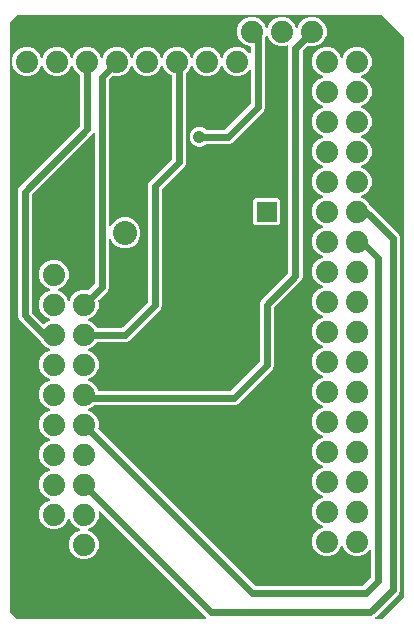
<source format=gbr>
G04 EAGLE Gerber RS-274X export*
G75*
%MOMM*%
%FSLAX34Y34*%
%LPD*%
%INBottom Copper*%
%IPPOS*%
%AMOC8*
5,1,8,0,0,1.08239X$1,22.5*%
G01*
%ADD10C,1.879600*%
%ADD11C,1.651000*%
%ADD12R,1.651000X1.651000*%
%ADD13C,2.032000*%
%ADD14C,0.609600*%
%ADD15C,1.056400*%
%ADD16C,0.600000*%

G36*
X176808Y10934D02*
X176808Y10934D01*
X176880Y10936D01*
X176929Y10954D01*
X176980Y10962D01*
X177043Y10996D01*
X177111Y11021D01*
X177151Y11053D01*
X177198Y11078D01*
X177247Y11130D01*
X177303Y11174D01*
X177331Y11218D01*
X177367Y11256D01*
X177397Y11321D01*
X177436Y11381D01*
X177449Y11432D01*
X177471Y11479D01*
X177478Y11550D01*
X177496Y11620D01*
X177492Y11672D01*
X177498Y11723D01*
X177482Y11794D01*
X177477Y11865D01*
X177456Y11913D01*
X177445Y11964D01*
X177409Y12025D01*
X177380Y12091D01*
X177336Y12147D01*
X177319Y12175D01*
X177301Y12190D01*
X177276Y12222D01*
X176334Y13163D01*
X176334Y13164D01*
X87406Y102092D01*
X87348Y102133D01*
X87296Y102183D01*
X87249Y102205D01*
X87207Y102235D01*
X87138Y102256D01*
X87073Y102287D01*
X87021Y102292D01*
X86971Y102308D01*
X86900Y102306D01*
X86829Y102314D01*
X86778Y102303D01*
X86726Y102301D01*
X86658Y102277D01*
X86588Y102261D01*
X86544Y102235D01*
X86495Y102217D01*
X86439Y102172D01*
X86377Y102135D01*
X86343Y102096D01*
X86303Y102063D01*
X86264Y102003D01*
X86217Y101948D01*
X86198Y101900D01*
X86170Y101856D01*
X86152Y101787D01*
X86125Y101720D01*
X86117Y101649D01*
X86109Y101618D01*
X86111Y101594D01*
X86107Y101553D01*
X86107Y96584D01*
X84212Y92009D01*
X80711Y88508D01*
X77222Y87063D01*
X77161Y87025D01*
X77096Y86996D01*
X77057Y86961D01*
X77013Y86934D01*
X76967Y86878D01*
X76915Y86830D01*
X76890Y86784D01*
X76856Y86744D01*
X76831Y86677D01*
X76796Y86614D01*
X76787Y86563D01*
X76768Y86515D01*
X76765Y86443D01*
X76752Y86372D01*
X76760Y86321D01*
X76758Y86269D01*
X76778Y86200D01*
X76788Y86129D01*
X76812Y86083D01*
X76826Y86033D01*
X76867Y85974D01*
X76900Y85910D01*
X76937Y85873D01*
X76967Y85831D01*
X77024Y85788D01*
X77075Y85738D01*
X77138Y85703D01*
X77164Y85684D01*
X77186Y85677D01*
X77222Y85657D01*
X80711Y84212D01*
X84212Y80711D01*
X86107Y76136D01*
X86107Y71184D01*
X84212Y66609D01*
X80711Y63108D01*
X76136Y61213D01*
X71184Y61213D01*
X66609Y63108D01*
X63108Y66609D01*
X61213Y71184D01*
X61213Y76136D01*
X63108Y80711D01*
X66609Y84212D01*
X70098Y85657D01*
X70159Y85695D01*
X70224Y85724D01*
X70262Y85759D01*
X70307Y85786D01*
X70353Y85842D01*
X70405Y85890D01*
X70430Y85936D01*
X70464Y85976D01*
X70489Y86043D01*
X70524Y86106D01*
X70533Y86157D01*
X70552Y86205D01*
X70555Y86277D01*
X70568Y86348D01*
X70560Y86399D01*
X70562Y86451D01*
X70542Y86520D01*
X70532Y86591D01*
X70508Y86637D01*
X70494Y86687D01*
X70453Y86746D01*
X70420Y86810D01*
X70383Y86847D01*
X70353Y86889D01*
X70296Y86932D01*
X70245Y86982D01*
X70182Y87017D01*
X70156Y87036D01*
X70134Y87043D01*
X70098Y87063D01*
X66609Y88508D01*
X63108Y92009D01*
X61663Y95498D01*
X61625Y95559D01*
X61596Y95624D01*
X61561Y95662D01*
X61534Y95707D01*
X61478Y95753D01*
X61430Y95805D01*
X61384Y95830D01*
X61344Y95864D01*
X61277Y95889D01*
X61214Y95924D01*
X61163Y95933D01*
X61115Y95952D01*
X61043Y95955D01*
X60972Y95968D01*
X60921Y95960D01*
X60869Y95962D01*
X60800Y95942D01*
X60729Y95932D01*
X60683Y95908D01*
X60633Y95894D01*
X60574Y95853D01*
X60510Y95820D01*
X60473Y95783D01*
X60431Y95753D01*
X60388Y95696D01*
X60338Y95645D01*
X60303Y95582D01*
X60284Y95556D01*
X60277Y95534D01*
X60257Y95498D01*
X58812Y92009D01*
X55311Y88508D01*
X50736Y86613D01*
X45784Y86613D01*
X41209Y88508D01*
X37708Y92009D01*
X35813Y96584D01*
X35813Y101536D01*
X37708Y106111D01*
X41209Y109612D01*
X44698Y111057D01*
X44759Y111095D01*
X44824Y111124D01*
X44862Y111159D01*
X44907Y111186D01*
X44953Y111242D01*
X45005Y111290D01*
X45030Y111336D01*
X45064Y111376D01*
X45089Y111443D01*
X45124Y111506D01*
X45133Y111557D01*
X45152Y111605D01*
X45155Y111677D01*
X45168Y111748D01*
X45160Y111799D01*
X45162Y111851D01*
X45142Y111920D01*
X45132Y111991D01*
X45108Y112037D01*
X45094Y112087D01*
X45053Y112146D01*
X45020Y112210D01*
X44983Y112247D01*
X44953Y112289D01*
X44896Y112332D01*
X44845Y112382D01*
X44782Y112417D01*
X44756Y112436D01*
X44734Y112443D01*
X44698Y112463D01*
X41209Y113908D01*
X37708Y117409D01*
X35813Y121984D01*
X35813Y126936D01*
X37708Y131511D01*
X41209Y135012D01*
X44698Y136457D01*
X44759Y136495D01*
X44824Y136524D01*
X44862Y136559D01*
X44907Y136586D01*
X44953Y136642D01*
X45005Y136690D01*
X45030Y136736D01*
X45064Y136776D01*
X45089Y136843D01*
X45124Y136906D01*
X45133Y136957D01*
X45152Y137005D01*
X45155Y137077D01*
X45168Y137148D01*
X45160Y137199D01*
X45162Y137251D01*
X45142Y137320D01*
X45132Y137391D01*
X45108Y137437D01*
X45094Y137487D01*
X45053Y137546D01*
X45020Y137610D01*
X44983Y137647D01*
X44953Y137689D01*
X44896Y137732D01*
X44845Y137782D01*
X44782Y137817D01*
X44756Y137836D01*
X44734Y137843D01*
X44698Y137863D01*
X41209Y139308D01*
X37708Y142809D01*
X35813Y147384D01*
X35813Y152336D01*
X37708Y156911D01*
X41209Y160412D01*
X44698Y161857D01*
X44759Y161895D01*
X44824Y161924D01*
X44862Y161959D01*
X44907Y161986D01*
X44953Y162042D01*
X45005Y162090D01*
X45030Y162136D01*
X45064Y162176D01*
X45089Y162243D01*
X45124Y162306D01*
X45133Y162357D01*
X45152Y162405D01*
X45155Y162477D01*
X45168Y162548D01*
X45160Y162599D01*
X45162Y162651D01*
X45142Y162720D01*
X45132Y162791D01*
X45108Y162837D01*
X45094Y162887D01*
X45053Y162946D01*
X45020Y163010D01*
X44983Y163047D01*
X44953Y163089D01*
X44896Y163132D01*
X44845Y163182D01*
X44782Y163217D01*
X44756Y163236D01*
X44734Y163243D01*
X44698Y163263D01*
X41209Y164708D01*
X37708Y168209D01*
X35813Y172784D01*
X35813Y177736D01*
X37708Y182311D01*
X41209Y185812D01*
X44698Y187257D01*
X44759Y187295D01*
X44824Y187324D01*
X44862Y187359D01*
X44907Y187386D01*
X44953Y187442D01*
X45005Y187490D01*
X45030Y187536D01*
X45064Y187576D01*
X45089Y187643D01*
X45124Y187706D01*
X45133Y187757D01*
X45152Y187805D01*
X45155Y187877D01*
X45168Y187948D01*
X45160Y187999D01*
X45162Y188051D01*
X45142Y188120D01*
X45132Y188191D01*
X45108Y188237D01*
X45094Y188287D01*
X45053Y188346D01*
X45020Y188410D01*
X44983Y188447D01*
X44953Y188489D01*
X44896Y188532D01*
X44845Y188582D01*
X44782Y188617D01*
X44756Y188636D01*
X44734Y188643D01*
X44698Y188663D01*
X41209Y190108D01*
X37708Y193609D01*
X35813Y198184D01*
X35813Y203136D01*
X37708Y207711D01*
X41209Y211212D01*
X44698Y212657D01*
X44759Y212695D01*
X44824Y212724D01*
X44862Y212759D01*
X44907Y212786D01*
X44953Y212842D01*
X45005Y212890D01*
X45030Y212936D01*
X45064Y212976D01*
X45089Y213043D01*
X45124Y213106D01*
X45133Y213157D01*
X45152Y213205D01*
X45155Y213277D01*
X45168Y213348D01*
X45160Y213399D01*
X45162Y213451D01*
X45142Y213520D01*
X45132Y213591D01*
X45108Y213637D01*
X45094Y213687D01*
X45053Y213746D01*
X45020Y213810D01*
X44983Y213847D01*
X44953Y213889D01*
X44896Y213932D01*
X44845Y213982D01*
X44782Y214017D01*
X44756Y214036D01*
X44734Y214043D01*
X44698Y214063D01*
X41209Y215508D01*
X37708Y219009D01*
X35813Y223584D01*
X35813Y228536D01*
X37708Y233111D01*
X41209Y236612D01*
X44698Y238057D01*
X44759Y238095D01*
X44824Y238124D01*
X44862Y238159D01*
X44907Y238186D01*
X44953Y238242D01*
X45005Y238290D01*
X45030Y238336D01*
X45064Y238376D01*
X45089Y238443D01*
X45124Y238506D01*
X45133Y238557D01*
X45152Y238605D01*
X45155Y238677D01*
X45168Y238748D01*
X45160Y238799D01*
X45162Y238851D01*
X45142Y238920D01*
X45132Y238991D01*
X45108Y239037D01*
X45094Y239087D01*
X45053Y239146D01*
X45020Y239210D01*
X44983Y239247D01*
X44953Y239289D01*
X44896Y239332D01*
X44845Y239382D01*
X44782Y239417D01*
X44756Y239436D01*
X44734Y239443D01*
X44698Y239463D01*
X41209Y240908D01*
X37708Y244409D01*
X37101Y245874D01*
X37053Y245952D01*
X37012Y246033D01*
X36989Y246056D01*
X36972Y246083D01*
X36901Y246142D01*
X36836Y246205D01*
X36800Y246225D01*
X36782Y246240D01*
X36752Y246252D01*
X36689Y246286D01*
X36579Y246332D01*
X18367Y264544D01*
X17446Y266767D01*
X17446Y373948D01*
X18367Y376171D01*
X69928Y427733D01*
X69981Y427806D01*
X70041Y427876D01*
X70053Y427906D01*
X70072Y427932D01*
X70099Y428019D01*
X70133Y428104D01*
X70137Y428145D01*
X70144Y428167D01*
X70143Y428200D01*
X70151Y428271D01*
X70151Y471125D01*
X70133Y471239D01*
X70115Y471356D01*
X70113Y471361D01*
X70112Y471367D01*
X70057Y471470D01*
X70004Y471575D01*
X69999Y471579D01*
X69996Y471585D01*
X69912Y471665D01*
X69828Y471747D01*
X69822Y471751D01*
X69818Y471754D01*
X69801Y471762D01*
X69681Y471828D01*
X69149Y472048D01*
X65648Y475549D01*
X64203Y479038D01*
X64165Y479099D01*
X64136Y479164D01*
X64101Y479202D01*
X64074Y479247D01*
X64018Y479293D01*
X63970Y479345D01*
X63924Y479370D01*
X63884Y479404D01*
X63817Y479429D01*
X63754Y479464D01*
X63703Y479473D01*
X63655Y479492D01*
X63583Y479495D01*
X63512Y479508D01*
X63461Y479500D01*
X63409Y479502D01*
X63340Y479482D01*
X63269Y479472D01*
X63223Y479448D01*
X63173Y479434D01*
X63114Y479393D01*
X63050Y479360D01*
X63013Y479323D01*
X62971Y479293D01*
X62928Y479236D01*
X62878Y479185D01*
X62843Y479122D01*
X62824Y479096D01*
X62817Y479074D01*
X62797Y479038D01*
X61352Y475549D01*
X57851Y472048D01*
X53276Y470153D01*
X48324Y470153D01*
X43749Y472048D01*
X40248Y475549D01*
X38803Y479038D01*
X38765Y479099D01*
X38736Y479164D01*
X38701Y479202D01*
X38674Y479247D01*
X38618Y479293D01*
X38570Y479345D01*
X38524Y479370D01*
X38484Y479404D01*
X38417Y479429D01*
X38354Y479464D01*
X38303Y479473D01*
X38255Y479492D01*
X38183Y479495D01*
X38112Y479508D01*
X38061Y479500D01*
X38009Y479502D01*
X37940Y479482D01*
X37869Y479472D01*
X37823Y479448D01*
X37773Y479434D01*
X37714Y479393D01*
X37650Y479360D01*
X37613Y479323D01*
X37571Y479293D01*
X37528Y479236D01*
X37478Y479185D01*
X37443Y479122D01*
X37424Y479096D01*
X37417Y479074D01*
X37397Y479038D01*
X35952Y475549D01*
X32451Y472048D01*
X27876Y470153D01*
X22924Y470153D01*
X18349Y472048D01*
X14848Y475549D01*
X12953Y480124D01*
X12953Y485076D01*
X14848Y489651D01*
X18349Y493152D01*
X22924Y495047D01*
X27876Y495047D01*
X32451Y493152D01*
X35952Y489651D01*
X37397Y486162D01*
X37435Y486101D01*
X37464Y486036D01*
X37499Y485997D01*
X37526Y485953D01*
X37582Y485907D01*
X37630Y485855D01*
X37676Y485830D01*
X37716Y485796D01*
X37783Y485771D01*
X37846Y485736D01*
X37897Y485727D01*
X37945Y485708D01*
X38017Y485705D01*
X38088Y485692D01*
X38139Y485700D01*
X38191Y485698D01*
X38260Y485718D01*
X38331Y485728D01*
X38377Y485752D01*
X38427Y485766D01*
X38486Y485807D01*
X38550Y485840D01*
X38587Y485877D01*
X38629Y485907D01*
X38672Y485964D01*
X38722Y486015D01*
X38757Y486078D01*
X38776Y486104D01*
X38783Y486126D01*
X38803Y486162D01*
X40248Y489651D01*
X43749Y493152D01*
X48324Y495047D01*
X53276Y495047D01*
X57851Y493152D01*
X61352Y489651D01*
X62797Y486162D01*
X62835Y486101D01*
X62864Y486036D01*
X62899Y485997D01*
X62926Y485953D01*
X62982Y485907D01*
X63030Y485855D01*
X63076Y485830D01*
X63116Y485796D01*
X63183Y485771D01*
X63246Y485736D01*
X63297Y485727D01*
X63345Y485708D01*
X63417Y485705D01*
X63488Y485692D01*
X63539Y485700D01*
X63591Y485698D01*
X63660Y485718D01*
X63731Y485728D01*
X63777Y485752D01*
X63827Y485766D01*
X63886Y485807D01*
X63950Y485840D01*
X63987Y485877D01*
X64029Y485907D01*
X64072Y485964D01*
X64122Y486015D01*
X64157Y486078D01*
X64176Y486104D01*
X64183Y486126D01*
X64203Y486162D01*
X65648Y489651D01*
X69149Y493152D01*
X73724Y495047D01*
X78676Y495047D01*
X83251Y493152D01*
X86752Y489651D01*
X88197Y486162D01*
X88235Y486101D01*
X88264Y486036D01*
X88299Y485997D01*
X88326Y485953D01*
X88382Y485907D01*
X88430Y485855D01*
X88476Y485830D01*
X88516Y485796D01*
X88583Y485771D01*
X88646Y485736D01*
X88697Y485727D01*
X88745Y485708D01*
X88817Y485705D01*
X88888Y485692D01*
X88939Y485700D01*
X88991Y485698D01*
X89060Y485718D01*
X89131Y485728D01*
X89177Y485752D01*
X89227Y485766D01*
X89286Y485807D01*
X89350Y485840D01*
X89387Y485877D01*
X89429Y485907D01*
X89472Y485964D01*
X89522Y486015D01*
X89557Y486078D01*
X89576Y486104D01*
X89583Y486126D01*
X89603Y486162D01*
X91048Y489651D01*
X94549Y493152D01*
X99124Y495047D01*
X104076Y495047D01*
X108651Y493152D01*
X112152Y489651D01*
X113597Y486162D01*
X113635Y486101D01*
X113664Y486036D01*
X113699Y485997D01*
X113726Y485953D01*
X113782Y485907D01*
X113830Y485855D01*
X113876Y485830D01*
X113916Y485796D01*
X113983Y485771D01*
X114046Y485736D01*
X114097Y485727D01*
X114145Y485708D01*
X114217Y485705D01*
X114288Y485692D01*
X114339Y485700D01*
X114391Y485698D01*
X114460Y485718D01*
X114531Y485728D01*
X114577Y485752D01*
X114627Y485766D01*
X114686Y485807D01*
X114750Y485840D01*
X114787Y485877D01*
X114829Y485907D01*
X114872Y485964D01*
X114922Y486015D01*
X114957Y486078D01*
X114976Y486104D01*
X114983Y486126D01*
X115003Y486162D01*
X116448Y489651D01*
X119949Y493152D01*
X124524Y495047D01*
X129476Y495047D01*
X134051Y493152D01*
X137552Y489651D01*
X138997Y486162D01*
X139035Y486101D01*
X139064Y486036D01*
X139099Y485997D01*
X139126Y485953D01*
X139182Y485907D01*
X139230Y485855D01*
X139276Y485830D01*
X139316Y485796D01*
X139383Y485771D01*
X139446Y485736D01*
X139497Y485727D01*
X139545Y485708D01*
X139617Y485705D01*
X139688Y485692D01*
X139739Y485700D01*
X139791Y485698D01*
X139860Y485718D01*
X139931Y485728D01*
X139977Y485752D01*
X140027Y485766D01*
X140086Y485807D01*
X140150Y485840D01*
X140187Y485877D01*
X140229Y485907D01*
X140272Y485964D01*
X140322Y486015D01*
X140357Y486078D01*
X140376Y486104D01*
X140383Y486126D01*
X140403Y486162D01*
X141848Y489651D01*
X145349Y493152D01*
X149924Y495047D01*
X154876Y495047D01*
X159451Y493152D01*
X162952Y489651D01*
X164397Y486162D01*
X164435Y486101D01*
X164464Y486036D01*
X164499Y485997D01*
X164526Y485953D01*
X164582Y485907D01*
X164630Y485855D01*
X164676Y485830D01*
X164716Y485796D01*
X164783Y485771D01*
X164846Y485736D01*
X164897Y485727D01*
X164945Y485708D01*
X165017Y485705D01*
X165088Y485692D01*
X165139Y485700D01*
X165191Y485698D01*
X165260Y485718D01*
X165331Y485728D01*
X165377Y485752D01*
X165427Y485766D01*
X165486Y485807D01*
X165550Y485840D01*
X165587Y485877D01*
X165629Y485907D01*
X165672Y485964D01*
X165722Y486015D01*
X165757Y486078D01*
X165776Y486104D01*
X165783Y486126D01*
X165803Y486162D01*
X167248Y489651D01*
X170749Y493152D01*
X175324Y495047D01*
X180276Y495047D01*
X184851Y493152D01*
X188352Y489651D01*
X189797Y486162D01*
X189835Y486101D01*
X189864Y486036D01*
X189899Y485997D01*
X189926Y485953D01*
X189982Y485907D01*
X190030Y485855D01*
X190076Y485830D01*
X190116Y485796D01*
X190183Y485771D01*
X190246Y485736D01*
X190297Y485727D01*
X190345Y485708D01*
X190417Y485705D01*
X190488Y485692D01*
X190539Y485700D01*
X190591Y485698D01*
X190660Y485718D01*
X190731Y485728D01*
X190777Y485752D01*
X190827Y485766D01*
X190886Y485807D01*
X190950Y485840D01*
X190987Y485877D01*
X191029Y485907D01*
X191072Y485964D01*
X191122Y486015D01*
X191157Y486078D01*
X191176Y486104D01*
X191183Y486126D01*
X191203Y486162D01*
X192648Y489651D01*
X196149Y493152D01*
X200724Y495047D01*
X205676Y495047D01*
X210251Y493152D01*
X213584Y489819D01*
X213642Y489777D01*
X213694Y489727D01*
X213741Y489705D01*
X213783Y489675D01*
X213852Y489654D01*
X213917Y489624D01*
X213969Y489618D01*
X214019Y489603D01*
X214090Y489605D01*
X214161Y489597D01*
X214212Y489608D01*
X214264Y489609D01*
X214332Y489634D01*
X214402Y489649D01*
X214447Y489676D01*
X214495Y489694D01*
X214551Y489738D01*
X214613Y489775D01*
X214647Y489815D01*
X214687Y489847D01*
X214726Y489908D01*
X214773Y489962D01*
X214792Y490010D01*
X214820Y490054D01*
X214838Y490124D01*
X214865Y490190D01*
X214873Y490262D01*
X214881Y490293D01*
X214879Y490316D01*
X214883Y490357D01*
X214883Y494792D01*
X214880Y494812D01*
X214882Y494831D01*
X214860Y494933D01*
X214844Y495035D01*
X214834Y495052D01*
X214830Y495072D01*
X214777Y495161D01*
X214728Y495252D01*
X214714Y495266D01*
X214704Y495283D01*
X214625Y495350D01*
X214550Y495422D01*
X214532Y495430D01*
X214517Y495443D01*
X214421Y495482D01*
X214327Y495525D01*
X214307Y495527D01*
X214289Y495535D01*
X214122Y495553D01*
X213424Y495553D01*
X208849Y497448D01*
X205348Y500949D01*
X203453Y505524D01*
X203453Y510476D01*
X205348Y515051D01*
X208849Y518552D01*
X213424Y520447D01*
X218376Y520447D01*
X222951Y518552D01*
X226452Y515051D01*
X227897Y511562D01*
X227935Y511501D01*
X227964Y511436D01*
X227999Y511398D01*
X228026Y511353D01*
X228082Y511308D01*
X228130Y511255D01*
X228176Y511230D01*
X228216Y511196D01*
X228283Y511171D01*
X228346Y511136D01*
X228397Y511127D01*
X228445Y511108D01*
X228517Y511105D01*
X228588Y511092D01*
X228639Y511100D01*
X228691Y511098D01*
X228760Y511118D01*
X228831Y511128D01*
X228877Y511152D01*
X228927Y511166D01*
X228986Y511207D01*
X229050Y511240D01*
X229087Y511277D01*
X229129Y511307D01*
X229172Y511364D01*
X229222Y511415D01*
X229257Y511478D01*
X229276Y511504D01*
X229283Y511526D01*
X229303Y511562D01*
X230748Y515051D01*
X234249Y518552D01*
X238824Y520447D01*
X243776Y520447D01*
X248351Y518552D01*
X251852Y515051D01*
X253297Y511562D01*
X253335Y511501D01*
X253364Y511436D01*
X253399Y511398D01*
X253426Y511353D01*
X253482Y511308D01*
X253530Y511255D01*
X253576Y511230D01*
X253616Y511196D01*
X253683Y511171D01*
X253746Y511136D01*
X253797Y511127D01*
X253845Y511108D01*
X253917Y511105D01*
X253988Y511092D01*
X254039Y511100D01*
X254091Y511098D01*
X254160Y511118D01*
X254231Y511128D01*
X254277Y511152D01*
X254327Y511166D01*
X254386Y511207D01*
X254450Y511240D01*
X254487Y511277D01*
X254529Y511307D01*
X254572Y511364D01*
X254622Y511415D01*
X254657Y511478D01*
X254676Y511504D01*
X254683Y511526D01*
X254703Y511562D01*
X256148Y515051D01*
X259649Y518552D01*
X264224Y520447D01*
X269176Y520447D01*
X273751Y518552D01*
X277252Y515051D01*
X279147Y510476D01*
X279147Y505524D01*
X277252Y500949D01*
X273751Y497448D01*
X269176Y495553D01*
X264224Y495553D01*
X263740Y495754D01*
X263627Y495780D01*
X263513Y495809D01*
X263507Y495808D01*
X263501Y495810D01*
X263384Y495799D01*
X263268Y495790D01*
X263262Y495787D01*
X263256Y495787D01*
X263149Y495739D01*
X263042Y495693D01*
X263036Y495689D01*
X263031Y495687D01*
X263018Y495674D01*
X262911Y495589D01*
X259050Y491728D01*
X258997Y491654D01*
X258937Y491584D01*
X258925Y491554D01*
X258906Y491528D01*
X258879Y491441D01*
X258845Y491356D01*
X258841Y491315D01*
X258834Y491293D01*
X258835Y491261D01*
X258827Y491189D01*
X258827Y300097D01*
X257899Y297856D01*
X234712Y274670D01*
X234659Y274596D01*
X234599Y274526D01*
X234587Y274496D01*
X234568Y274470D01*
X234541Y274383D01*
X234507Y274298D01*
X234503Y274257D01*
X234496Y274235D01*
X234497Y274203D01*
X234489Y274131D01*
X234489Y225017D01*
X233568Y222794D01*
X203766Y192992D01*
X201543Y192071D01*
X82989Y192071D01*
X82899Y192057D01*
X82808Y192049D01*
X82778Y192037D01*
X82746Y192032D01*
X82666Y191989D01*
X82582Y191953D01*
X82550Y191927D01*
X82529Y191916D01*
X82507Y191893D01*
X82451Y191848D01*
X80711Y190108D01*
X77222Y188663D01*
X77161Y188625D01*
X77096Y188596D01*
X77058Y188561D01*
X77013Y188534D01*
X76968Y188478D01*
X76915Y188430D01*
X76890Y188384D01*
X76856Y188344D01*
X76831Y188277D01*
X76796Y188214D01*
X76787Y188163D01*
X76768Y188115D01*
X76765Y188043D01*
X76752Y187972D01*
X76760Y187921D01*
X76758Y187869D01*
X76778Y187800D01*
X76788Y187729D01*
X76812Y187683D01*
X76826Y187633D01*
X76867Y187574D01*
X76900Y187510D01*
X76937Y187473D01*
X76967Y187431D01*
X77024Y187388D01*
X77075Y187338D01*
X77138Y187303D01*
X77164Y187284D01*
X77186Y187277D01*
X77222Y187257D01*
X80711Y185812D01*
X84212Y182311D01*
X86107Y177736D01*
X86107Y172784D01*
X85906Y172300D01*
X85880Y172187D01*
X85851Y172073D01*
X85852Y172067D01*
X85850Y172061D01*
X85861Y171944D01*
X85870Y171828D01*
X85873Y171822D01*
X85873Y171816D01*
X85921Y171708D01*
X85967Y171602D01*
X85971Y171596D01*
X85973Y171591D01*
X85986Y171577D01*
X86071Y171471D01*
X218202Y39340D01*
X218276Y39287D01*
X218346Y39227D01*
X218376Y39215D01*
X218402Y39196D01*
X218489Y39169D01*
X218574Y39135D01*
X218615Y39131D01*
X218637Y39124D01*
X218669Y39125D01*
X218741Y39117D01*
X309579Y39117D01*
X309669Y39131D01*
X309760Y39139D01*
X309790Y39151D01*
X309822Y39156D01*
X309903Y39199D01*
X309987Y39235D01*
X310019Y39261D01*
X310039Y39272D01*
X310062Y39295D01*
X310118Y39340D01*
X316260Y45482D01*
X316313Y45556D01*
X316373Y45626D01*
X316385Y45656D01*
X316404Y45682D01*
X316431Y45769D01*
X316465Y45854D01*
X316469Y45895D01*
X316476Y45917D01*
X316475Y45949D01*
X316483Y46021D01*
X316483Y68443D01*
X316472Y68514D01*
X316470Y68586D01*
X316452Y68635D01*
X316444Y68686D01*
X316410Y68749D01*
X316385Y68817D01*
X316353Y68857D01*
X316328Y68903D01*
X316276Y68953D01*
X316232Y69009D01*
X316188Y69037D01*
X316150Y69073D01*
X316085Y69103D01*
X316025Y69142D01*
X315974Y69154D01*
X315927Y69176D01*
X315856Y69184D01*
X315786Y69202D01*
X315734Y69198D01*
X315683Y69203D01*
X315612Y69188D01*
X315541Y69183D01*
X315493Y69162D01*
X315442Y69151D01*
X315381Y69114D01*
X315315Y69086D01*
X315259Y69041D01*
X315231Y69025D01*
X315216Y69007D01*
X315184Y68981D01*
X311851Y65648D01*
X307276Y63753D01*
X302324Y63753D01*
X297749Y65648D01*
X294248Y69149D01*
X292803Y72638D01*
X292765Y72699D01*
X292736Y72764D01*
X292701Y72802D01*
X292674Y72847D01*
X292618Y72893D01*
X292570Y72945D01*
X292524Y72970D01*
X292484Y73004D01*
X292417Y73029D01*
X292354Y73064D01*
X292303Y73073D01*
X292255Y73092D01*
X292183Y73095D01*
X292112Y73108D01*
X292061Y73100D01*
X292009Y73102D01*
X291940Y73082D01*
X291869Y73072D01*
X291823Y73048D01*
X291773Y73034D01*
X291714Y72993D01*
X291650Y72960D01*
X291613Y72923D01*
X291571Y72893D01*
X291528Y72836D01*
X291478Y72785D01*
X291443Y72722D01*
X291424Y72696D01*
X291417Y72674D01*
X291397Y72638D01*
X289952Y69149D01*
X286451Y65648D01*
X281876Y63753D01*
X276924Y63753D01*
X272349Y65648D01*
X268848Y69149D01*
X266953Y73724D01*
X266953Y78676D01*
X268848Y83251D01*
X272349Y86752D01*
X275838Y88197D01*
X275899Y88235D01*
X275964Y88264D01*
X276002Y88299D01*
X276047Y88326D01*
X276093Y88382D01*
X276145Y88430D01*
X276170Y88476D01*
X276204Y88516D01*
X276229Y88583D01*
X276264Y88646D01*
X276273Y88697D01*
X276292Y88745D01*
X276295Y88817D01*
X276308Y88888D01*
X276300Y88939D01*
X276302Y88991D01*
X276282Y89060D01*
X276272Y89131D01*
X276248Y89177D01*
X276234Y89227D01*
X276193Y89286D01*
X276160Y89350D01*
X276123Y89387D01*
X276093Y89429D01*
X276036Y89472D01*
X275985Y89522D01*
X275922Y89557D01*
X275896Y89576D01*
X275874Y89583D01*
X275838Y89603D01*
X272349Y91048D01*
X268848Y94549D01*
X266953Y99124D01*
X266953Y104076D01*
X268848Y108651D01*
X272349Y112152D01*
X275838Y113597D01*
X275899Y113635D01*
X275964Y113664D01*
X276002Y113699D01*
X276047Y113726D01*
X276093Y113782D01*
X276145Y113830D01*
X276170Y113876D01*
X276204Y113916D01*
X276229Y113983D01*
X276264Y114046D01*
X276273Y114097D01*
X276292Y114145D01*
X276295Y114217D01*
X276308Y114288D01*
X276300Y114339D01*
X276302Y114391D01*
X276282Y114460D01*
X276272Y114531D01*
X276248Y114577D01*
X276234Y114627D01*
X276193Y114686D01*
X276160Y114750D01*
X276123Y114787D01*
X276093Y114829D01*
X276036Y114872D01*
X275985Y114922D01*
X275922Y114957D01*
X275896Y114976D01*
X275874Y114983D01*
X275838Y115003D01*
X272349Y116448D01*
X268848Y119949D01*
X266953Y124524D01*
X266953Y129476D01*
X268848Y134051D01*
X272349Y137552D01*
X275838Y138997D01*
X275899Y139035D01*
X275964Y139064D01*
X276002Y139099D01*
X276047Y139126D01*
X276093Y139182D01*
X276145Y139230D01*
X276170Y139276D01*
X276204Y139316D01*
X276229Y139383D01*
X276264Y139446D01*
X276273Y139497D01*
X276292Y139545D01*
X276295Y139617D01*
X276308Y139688D01*
X276300Y139739D01*
X276302Y139791D01*
X276282Y139860D01*
X276272Y139931D01*
X276248Y139977D01*
X276234Y140027D01*
X276193Y140086D01*
X276160Y140150D01*
X276123Y140187D01*
X276093Y140229D01*
X276036Y140272D01*
X275985Y140322D01*
X275922Y140357D01*
X275896Y140376D01*
X275874Y140383D01*
X275838Y140403D01*
X272349Y141848D01*
X268848Y145349D01*
X266953Y149924D01*
X266953Y154876D01*
X268848Y159451D01*
X272349Y162952D01*
X275838Y164397D01*
X275899Y164435D01*
X275964Y164464D01*
X276002Y164499D01*
X276047Y164526D01*
X276093Y164582D01*
X276145Y164630D01*
X276170Y164676D01*
X276204Y164716D01*
X276229Y164783D01*
X276264Y164846D01*
X276273Y164897D01*
X276292Y164945D01*
X276295Y165017D01*
X276308Y165088D01*
X276300Y165139D01*
X276302Y165191D01*
X276282Y165260D01*
X276272Y165331D01*
X276248Y165377D01*
X276234Y165427D01*
X276193Y165486D01*
X276160Y165550D01*
X276123Y165587D01*
X276093Y165629D01*
X276036Y165672D01*
X275985Y165722D01*
X275922Y165757D01*
X275896Y165776D01*
X275874Y165783D01*
X275838Y165803D01*
X272349Y167248D01*
X268848Y170749D01*
X266953Y175324D01*
X266953Y180276D01*
X268848Y184851D01*
X272349Y188352D01*
X275838Y189797D01*
X275899Y189835D01*
X275964Y189864D01*
X276002Y189899D01*
X276047Y189926D01*
X276093Y189982D01*
X276145Y190030D01*
X276170Y190076D01*
X276204Y190116D01*
X276229Y190183D01*
X276264Y190246D01*
X276273Y190297D01*
X276292Y190345D01*
X276295Y190417D01*
X276308Y190488D01*
X276300Y190539D01*
X276302Y190591D01*
X276282Y190660D01*
X276272Y190731D01*
X276248Y190777D01*
X276234Y190827D01*
X276193Y190886D01*
X276160Y190950D01*
X276123Y190987D01*
X276093Y191029D01*
X276036Y191072D01*
X275985Y191122D01*
X275922Y191157D01*
X275896Y191176D01*
X275874Y191183D01*
X275838Y191203D01*
X272349Y192648D01*
X268848Y196149D01*
X266953Y200724D01*
X266953Y205676D01*
X268848Y210251D01*
X272349Y213752D01*
X275838Y215197D01*
X275899Y215235D01*
X275964Y215264D01*
X276002Y215299D01*
X276047Y215326D01*
X276093Y215382D01*
X276145Y215430D01*
X276170Y215476D01*
X276204Y215516D01*
X276229Y215583D01*
X276264Y215646D01*
X276273Y215697D01*
X276292Y215745D01*
X276295Y215817D01*
X276308Y215888D01*
X276300Y215939D01*
X276302Y215991D01*
X276282Y216060D01*
X276272Y216131D01*
X276248Y216177D01*
X276234Y216227D01*
X276193Y216286D01*
X276160Y216350D01*
X276123Y216387D01*
X276093Y216429D01*
X276036Y216472D01*
X275985Y216522D01*
X275922Y216557D01*
X275896Y216576D01*
X275874Y216583D01*
X275838Y216603D01*
X272349Y218048D01*
X268848Y221549D01*
X266953Y226124D01*
X266953Y231076D01*
X268848Y235651D01*
X272349Y239152D01*
X275838Y240597D01*
X275899Y240635D01*
X275964Y240664D01*
X276002Y240699D01*
X276047Y240726D01*
X276093Y240782D01*
X276145Y240830D01*
X276170Y240876D01*
X276204Y240916D01*
X276229Y240983D01*
X276264Y241046D01*
X276273Y241097D01*
X276292Y241145D01*
X276295Y241217D01*
X276308Y241288D01*
X276300Y241339D01*
X276302Y241391D01*
X276282Y241460D01*
X276272Y241531D01*
X276248Y241577D01*
X276234Y241627D01*
X276193Y241686D01*
X276160Y241750D01*
X276123Y241787D01*
X276093Y241829D01*
X276036Y241872D01*
X275985Y241922D01*
X275922Y241957D01*
X275896Y241976D01*
X275874Y241983D01*
X275838Y242003D01*
X272349Y243448D01*
X268848Y246949D01*
X266953Y251524D01*
X266953Y256476D01*
X268848Y261051D01*
X272349Y264552D01*
X275838Y265997D01*
X275899Y266035D01*
X275964Y266064D01*
X276000Y266096D01*
X276001Y266097D01*
X276002Y266099D01*
X276047Y266126D01*
X276093Y266182D01*
X276145Y266230D01*
X276170Y266276D01*
X276204Y266316D01*
X276229Y266383D01*
X276264Y266446D01*
X276273Y266497D01*
X276292Y266545D01*
X276295Y266617D01*
X276308Y266688D01*
X276300Y266739D01*
X276302Y266791D01*
X276282Y266860D01*
X276272Y266931D01*
X276249Y266975D01*
X276248Y266983D01*
X276246Y266986D01*
X276234Y267027D01*
X276193Y267086D01*
X276160Y267150D01*
X276129Y267180D01*
X276122Y267194D01*
X276113Y267201D01*
X276093Y267229D01*
X276036Y267272D01*
X275985Y267322D01*
X275946Y267343D01*
X275935Y267354D01*
X275917Y267361D01*
X275896Y267376D01*
X275874Y267383D01*
X275838Y267403D01*
X272349Y268848D01*
X268848Y272349D01*
X266953Y276924D01*
X266953Y281876D01*
X268848Y286451D01*
X272349Y289952D01*
X275838Y291397D01*
X275899Y291435D01*
X275964Y291464D01*
X276002Y291499D01*
X276047Y291526D01*
X276093Y291582D01*
X276145Y291630D01*
X276170Y291676D01*
X276204Y291716D01*
X276229Y291783D01*
X276264Y291846D01*
X276273Y291897D01*
X276292Y291945D01*
X276295Y292017D01*
X276308Y292088D01*
X276300Y292139D01*
X276302Y292191D01*
X276282Y292260D01*
X276272Y292331D01*
X276248Y292377D01*
X276234Y292427D01*
X276193Y292486D01*
X276160Y292550D01*
X276123Y292587D01*
X276093Y292629D01*
X276036Y292672D01*
X275985Y292722D01*
X275922Y292757D01*
X275896Y292776D01*
X275874Y292783D01*
X275838Y292803D01*
X272349Y294248D01*
X268848Y297749D01*
X266953Y302324D01*
X266953Y307276D01*
X268848Y311851D01*
X272349Y315352D01*
X275838Y316797D01*
X275899Y316835D01*
X275964Y316864D01*
X276002Y316899D01*
X276047Y316926D01*
X276093Y316982D01*
X276145Y317030D01*
X276170Y317076D01*
X276204Y317116D01*
X276229Y317183D01*
X276264Y317246D01*
X276273Y317297D01*
X276292Y317345D01*
X276295Y317417D01*
X276308Y317488D01*
X276300Y317539D01*
X276302Y317591D01*
X276282Y317660D01*
X276272Y317731D01*
X276248Y317777D01*
X276234Y317827D01*
X276193Y317886D01*
X276160Y317950D01*
X276123Y317987D01*
X276093Y318029D01*
X276036Y318072D01*
X275985Y318122D01*
X275922Y318157D01*
X275896Y318176D01*
X275874Y318183D01*
X275838Y318203D01*
X272349Y319648D01*
X268848Y323149D01*
X266953Y327724D01*
X266953Y332676D01*
X268848Y337251D01*
X272349Y340752D01*
X275838Y342197D01*
X275899Y342235D01*
X275964Y342264D01*
X276002Y342299D01*
X276047Y342326D01*
X276093Y342382D01*
X276145Y342430D01*
X276170Y342476D01*
X276204Y342516D01*
X276229Y342583D01*
X276264Y342646D01*
X276273Y342697D01*
X276292Y342745D01*
X276295Y342817D01*
X276308Y342888D01*
X276300Y342939D01*
X276302Y342991D01*
X276282Y343060D01*
X276272Y343131D01*
X276248Y343177D01*
X276234Y343227D01*
X276193Y343286D01*
X276160Y343350D01*
X276123Y343387D01*
X276093Y343429D01*
X276036Y343472D01*
X275985Y343522D01*
X275922Y343557D01*
X275896Y343576D01*
X275874Y343583D01*
X275838Y343603D01*
X272349Y345048D01*
X268848Y348549D01*
X266953Y353124D01*
X266953Y358076D01*
X268848Y362651D01*
X272349Y366152D01*
X275838Y367597D01*
X275899Y367635D01*
X275964Y367664D01*
X276003Y367699D01*
X276047Y367726D01*
X276093Y367782D01*
X276145Y367830D01*
X276170Y367876D01*
X276204Y367916D01*
X276229Y367983D01*
X276264Y368046D01*
X276273Y368097D01*
X276292Y368145D01*
X276295Y368217D01*
X276308Y368288D01*
X276300Y368339D01*
X276302Y368391D01*
X276282Y368460D01*
X276272Y368531D01*
X276248Y368577D01*
X276234Y368627D01*
X276193Y368686D01*
X276160Y368750D01*
X276123Y368787D01*
X276093Y368829D01*
X276036Y368872D01*
X275985Y368922D01*
X275922Y368957D01*
X275896Y368976D01*
X275874Y368983D01*
X275838Y369003D01*
X272349Y370448D01*
X268848Y373949D01*
X266953Y378524D01*
X266953Y383476D01*
X268848Y388051D01*
X272349Y391552D01*
X275838Y392997D01*
X275899Y393035D01*
X275964Y393064D01*
X276002Y393099D01*
X276047Y393126D01*
X276093Y393182D01*
X276145Y393230D01*
X276170Y393276D01*
X276204Y393316D01*
X276229Y393383D01*
X276264Y393446D01*
X276273Y393497D01*
X276292Y393545D01*
X276295Y393617D01*
X276308Y393688D01*
X276300Y393739D01*
X276302Y393791D01*
X276282Y393860D01*
X276272Y393931D01*
X276248Y393977D01*
X276234Y394027D01*
X276193Y394086D01*
X276160Y394150D01*
X276123Y394187D01*
X276093Y394229D01*
X276036Y394272D01*
X275985Y394322D01*
X275922Y394357D01*
X275896Y394376D01*
X275874Y394383D01*
X275838Y394403D01*
X272349Y395848D01*
X268848Y399349D01*
X266953Y403924D01*
X266953Y408876D01*
X268848Y413451D01*
X272349Y416952D01*
X275838Y418397D01*
X275899Y418435D01*
X275964Y418464D01*
X276002Y418499D01*
X276047Y418526D01*
X276093Y418582D01*
X276145Y418630D01*
X276170Y418676D01*
X276204Y418716D01*
X276229Y418783D01*
X276264Y418846D01*
X276273Y418897D01*
X276292Y418945D01*
X276295Y419017D01*
X276308Y419088D01*
X276300Y419139D01*
X276302Y419191D01*
X276282Y419260D01*
X276272Y419331D01*
X276248Y419377D01*
X276234Y419427D01*
X276193Y419486D01*
X276160Y419550D01*
X276123Y419587D01*
X276093Y419629D01*
X276036Y419672D01*
X275985Y419722D01*
X275922Y419757D01*
X275896Y419776D01*
X275874Y419783D01*
X275838Y419803D01*
X272349Y421248D01*
X268848Y424749D01*
X266953Y429324D01*
X266953Y434276D01*
X268848Y438851D01*
X272349Y442352D01*
X275838Y443797D01*
X275899Y443835D01*
X275964Y443864D01*
X276002Y443899D01*
X276047Y443926D01*
X276093Y443982D01*
X276145Y444030D01*
X276170Y444076D01*
X276204Y444116D01*
X276229Y444183D01*
X276264Y444246D01*
X276273Y444297D01*
X276292Y444345D01*
X276295Y444417D01*
X276308Y444488D01*
X276300Y444539D01*
X276302Y444591D01*
X276282Y444660D01*
X276272Y444731D01*
X276248Y444777D01*
X276234Y444827D01*
X276193Y444886D01*
X276160Y444950D01*
X276123Y444987D01*
X276093Y445029D01*
X276036Y445072D01*
X275985Y445122D01*
X275922Y445157D01*
X275896Y445176D01*
X275874Y445183D01*
X275838Y445203D01*
X272349Y446648D01*
X268848Y450149D01*
X266953Y454724D01*
X266953Y459676D01*
X268848Y464251D01*
X272349Y467752D01*
X275838Y469197D01*
X275899Y469235D01*
X275964Y469264D01*
X276002Y469299D01*
X276047Y469326D01*
X276093Y469382D01*
X276145Y469430D01*
X276170Y469476D01*
X276204Y469516D01*
X276229Y469583D01*
X276264Y469646D01*
X276273Y469697D01*
X276292Y469745D01*
X276295Y469817D01*
X276308Y469888D01*
X276300Y469939D01*
X276302Y469991D01*
X276282Y470060D01*
X276272Y470131D01*
X276248Y470177D01*
X276234Y470227D01*
X276193Y470286D01*
X276160Y470350D01*
X276123Y470387D01*
X276093Y470429D01*
X276036Y470472D01*
X275985Y470522D01*
X275922Y470557D01*
X275896Y470576D01*
X275874Y470583D01*
X275838Y470603D01*
X272349Y472048D01*
X268848Y475549D01*
X266953Y480124D01*
X266953Y485076D01*
X268848Y489651D01*
X272349Y493152D01*
X276924Y495047D01*
X281876Y495047D01*
X286451Y493152D01*
X289952Y489651D01*
X291397Y486162D01*
X291435Y486101D01*
X291464Y486036D01*
X291499Y485998D01*
X291526Y485953D01*
X291582Y485907D01*
X291630Y485855D01*
X291676Y485830D01*
X291716Y485796D01*
X291783Y485771D01*
X291846Y485736D01*
X291897Y485727D01*
X291945Y485708D01*
X292017Y485705D01*
X292088Y485692D01*
X292139Y485700D01*
X292191Y485698D01*
X292260Y485718D01*
X292331Y485728D01*
X292377Y485752D01*
X292427Y485766D01*
X292486Y485807D01*
X292550Y485840D01*
X292587Y485877D01*
X292629Y485907D01*
X292672Y485964D01*
X292722Y486015D01*
X292757Y486078D01*
X292776Y486104D01*
X292783Y486126D01*
X292803Y486162D01*
X294248Y489651D01*
X297749Y493152D01*
X302324Y495047D01*
X307276Y495047D01*
X311851Y493152D01*
X315352Y489651D01*
X317247Y485076D01*
X317247Y480124D01*
X315352Y475549D01*
X311851Y472048D01*
X308362Y470603D01*
X308301Y470565D01*
X308236Y470536D01*
X308198Y470501D01*
X308153Y470474D01*
X308108Y470418D01*
X308055Y470370D01*
X308030Y470324D01*
X307996Y470284D01*
X307971Y470217D01*
X307936Y470154D01*
X307927Y470103D01*
X307908Y470055D01*
X307905Y469983D01*
X307892Y469912D01*
X307900Y469861D01*
X307898Y469809D01*
X307918Y469740D01*
X307928Y469669D01*
X307952Y469623D01*
X307966Y469573D01*
X308007Y469514D01*
X308040Y469450D01*
X308077Y469413D01*
X308107Y469371D01*
X308164Y469328D01*
X308215Y469278D01*
X308278Y469243D01*
X308304Y469224D01*
X308326Y469217D01*
X308362Y469197D01*
X311851Y467752D01*
X315352Y464251D01*
X317247Y459676D01*
X317247Y454724D01*
X315352Y450149D01*
X311851Y446648D01*
X308362Y445203D01*
X308301Y445165D01*
X308236Y445136D01*
X308198Y445101D01*
X308153Y445074D01*
X308108Y445018D01*
X308055Y444970D01*
X308030Y444924D01*
X307996Y444884D01*
X307971Y444817D01*
X307936Y444754D01*
X307927Y444703D01*
X307908Y444655D01*
X307905Y444583D01*
X307892Y444512D01*
X307900Y444461D01*
X307898Y444409D01*
X307918Y444340D01*
X307928Y444269D01*
X307952Y444223D01*
X307966Y444173D01*
X308007Y444114D01*
X308040Y444050D01*
X308077Y444013D01*
X308107Y443971D01*
X308164Y443928D01*
X308215Y443878D01*
X308278Y443843D01*
X308304Y443824D01*
X308326Y443817D01*
X308362Y443797D01*
X311851Y442352D01*
X315352Y438851D01*
X317247Y434276D01*
X317247Y429324D01*
X315352Y424749D01*
X311851Y421248D01*
X308362Y419803D01*
X308301Y419765D01*
X308236Y419736D01*
X308198Y419701D01*
X308153Y419674D01*
X308108Y419618D01*
X308055Y419570D01*
X308030Y419524D01*
X307996Y419484D01*
X307971Y419417D01*
X307936Y419354D01*
X307927Y419303D01*
X307908Y419255D01*
X307905Y419183D01*
X307892Y419112D01*
X307900Y419061D01*
X307898Y419009D01*
X307918Y418940D01*
X307928Y418869D01*
X307952Y418823D01*
X307966Y418773D01*
X308007Y418714D01*
X308040Y418650D01*
X308077Y418613D01*
X308107Y418571D01*
X308164Y418528D01*
X308215Y418478D01*
X308278Y418443D01*
X308304Y418424D01*
X308326Y418417D01*
X308362Y418397D01*
X311851Y416952D01*
X315352Y413451D01*
X317247Y408876D01*
X317247Y403924D01*
X315352Y399349D01*
X311851Y395848D01*
X308362Y394403D01*
X308301Y394365D01*
X308236Y394336D01*
X308197Y394301D01*
X308153Y394274D01*
X308107Y394218D01*
X308055Y394170D01*
X308030Y394124D01*
X307996Y394084D01*
X307971Y394017D01*
X307936Y393954D01*
X307927Y393903D01*
X307908Y393855D01*
X307905Y393783D01*
X307892Y393712D01*
X307900Y393661D01*
X307898Y393609D01*
X307918Y393540D01*
X307928Y393469D01*
X307952Y393423D01*
X307966Y393373D01*
X308007Y393314D01*
X308040Y393250D01*
X308077Y393213D01*
X308107Y393171D01*
X308164Y393128D01*
X308215Y393078D01*
X308278Y393043D01*
X308304Y393024D01*
X308326Y393017D01*
X308362Y392997D01*
X311851Y391552D01*
X315352Y388051D01*
X317247Y383476D01*
X317247Y378524D01*
X315352Y373949D01*
X311851Y370448D01*
X308362Y369003D01*
X308301Y368965D01*
X308236Y368936D01*
X308197Y368901D01*
X308153Y368874D01*
X308107Y368818D01*
X308055Y368770D01*
X308030Y368724D01*
X307996Y368684D01*
X307971Y368617D01*
X307936Y368554D01*
X307927Y368503D01*
X307908Y368455D01*
X307905Y368383D01*
X307892Y368312D01*
X307900Y368261D01*
X307898Y368209D01*
X307918Y368140D01*
X307928Y368069D01*
X307952Y368023D01*
X307966Y367973D01*
X308007Y367914D01*
X308040Y367850D01*
X308077Y367813D01*
X308107Y367771D01*
X308164Y367728D01*
X308215Y367678D01*
X308278Y367643D01*
X308304Y367624D01*
X308326Y367617D01*
X308362Y367597D01*
X311851Y366152D01*
X315352Y362651D01*
X316072Y360912D01*
X316107Y360856D01*
X316132Y360796D01*
X316184Y360731D01*
X316201Y360703D01*
X316217Y360691D01*
X316237Y360665D01*
X340449Y336454D01*
X341377Y334213D01*
X341377Y34347D01*
X340449Y32106D01*
X338627Y30284D01*
X338626Y30284D01*
X321506Y13164D01*
X321506Y13163D01*
X320564Y12222D01*
X320522Y12164D01*
X320473Y12112D01*
X320451Y12065D01*
X320421Y12023D01*
X320400Y11954D01*
X320369Y11889D01*
X320364Y11837D01*
X320348Y11787D01*
X320350Y11716D01*
X320342Y11645D01*
X320353Y11594D01*
X320355Y11542D01*
X320379Y11474D01*
X320395Y11404D01*
X320421Y11359D01*
X320439Y11311D01*
X320484Y11255D01*
X320521Y11193D01*
X320560Y11159D01*
X320593Y11119D01*
X320653Y11080D01*
X320708Y11033D01*
X320756Y11014D01*
X320800Y10986D01*
X320869Y10968D01*
X320936Y10941D01*
X321007Y10933D01*
X321038Y10925D01*
X321062Y10927D01*
X321103Y10923D01*
X325360Y10923D01*
X325450Y10937D01*
X325541Y10945D01*
X325571Y10957D01*
X325603Y10962D01*
X325684Y11005D01*
X325768Y11041D01*
X325800Y11067D01*
X325820Y11078D01*
X325843Y11101D01*
X325899Y11146D01*
X344454Y29701D01*
X344507Y29775D01*
X344567Y29845D01*
X344579Y29875D01*
X344598Y29901D01*
X344625Y29988D01*
X344659Y30073D01*
X344663Y30114D01*
X344670Y30136D01*
X344669Y30168D01*
X344677Y30240D01*
X344677Y503160D01*
X344663Y503250D01*
X344655Y503341D01*
X344643Y503371D01*
X344638Y503403D01*
X344595Y503484D01*
X344559Y503568D01*
X344533Y503600D01*
X344522Y503620D01*
X344499Y503643D01*
X344454Y503699D01*
X325899Y522254D01*
X325825Y522307D01*
X325755Y522367D01*
X325725Y522379D01*
X325699Y522398D01*
X325612Y522425D01*
X325527Y522459D01*
X325486Y522463D01*
X325464Y522470D01*
X325432Y522469D01*
X325360Y522477D01*
X17540Y522477D01*
X17450Y522463D01*
X17359Y522455D01*
X17329Y522443D01*
X17297Y522438D01*
X17216Y522395D01*
X17132Y522359D01*
X17100Y522333D01*
X17080Y522322D01*
X17057Y522299D01*
X17001Y522254D01*
X11146Y516399D01*
X11093Y516325D01*
X11033Y516255D01*
X11021Y516225D01*
X11002Y516199D01*
X10975Y516112D01*
X10941Y516027D01*
X10937Y515986D01*
X10930Y515964D01*
X10931Y515932D01*
X10923Y515860D01*
X10923Y17540D01*
X10937Y17450D01*
X10945Y17359D01*
X10957Y17329D01*
X10962Y17297D01*
X11005Y17216D01*
X11041Y17132D01*
X11067Y17100D01*
X11078Y17080D01*
X11101Y17057D01*
X11146Y17001D01*
X17001Y11146D01*
X17075Y11093D01*
X17145Y11033D01*
X17175Y11021D01*
X17201Y11002D01*
X17288Y10975D01*
X17373Y10941D01*
X17414Y10937D01*
X17436Y10930D01*
X17468Y10931D01*
X17540Y10923D01*
X176737Y10923D01*
X176808Y10934D01*
G37*
G36*
X197609Y204183D02*
X197609Y204183D01*
X197700Y204191D01*
X197730Y204203D01*
X197762Y204208D01*
X197843Y204251D01*
X197927Y204287D01*
X197959Y204313D01*
X197979Y204324D01*
X198002Y204347D01*
X198057Y204392D01*
X222168Y228503D01*
X222221Y228576D01*
X222281Y228646D01*
X222293Y228676D01*
X222312Y228702D01*
X222339Y228789D01*
X222373Y228874D01*
X222377Y228915D01*
X222384Y228937D01*
X222383Y228970D01*
X222391Y229041D01*
X222391Y275540D01*
X222381Y275605D01*
X222380Y275670D01*
X222357Y275750D01*
X222352Y275783D01*
X222343Y275798D01*
X222343Y278233D01*
X223271Y280474D01*
X246410Y303612D01*
X246463Y303686D01*
X246523Y303756D01*
X246535Y303786D01*
X246554Y303812D01*
X246581Y303899D01*
X246615Y303984D01*
X246619Y304025D01*
X246626Y304047D01*
X246625Y304079D01*
X246633Y304151D01*
X246633Y495243D01*
X246677Y495348D01*
X246693Y495418D01*
X246719Y495485D01*
X246721Y495537D01*
X246733Y495588D01*
X246727Y495659D01*
X246730Y495731D01*
X246715Y495781D01*
X246710Y495833D01*
X246681Y495898D01*
X246661Y495967D01*
X246631Y496010D01*
X246610Y496057D01*
X246562Y496110D01*
X246521Y496169D01*
X246479Y496200D01*
X246444Y496239D01*
X246381Y496273D01*
X246323Y496316D01*
X246274Y496332D01*
X246228Y496357D01*
X246158Y496370D01*
X246090Y496392D01*
X246037Y496392D01*
X245986Y496401D01*
X245915Y496390D01*
X245844Y496390D01*
X245775Y496370D01*
X245743Y496365D01*
X245722Y496354D01*
X245682Y496343D01*
X243776Y495553D01*
X238824Y495553D01*
X234249Y497448D01*
X230748Y500949D01*
X229303Y504438D01*
X229265Y504499D01*
X229236Y504564D01*
X229201Y504602D01*
X229174Y504647D01*
X229118Y504693D01*
X229070Y504745D01*
X229024Y504770D01*
X228984Y504804D01*
X228917Y504829D01*
X228854Y504864D01*
X228803Y504873D01*
X228755Y504892D01*
X228683Y504895D01*
X228612Y504908D01*
X228561Y504900D01*
X228509Y504902D01*
X228440Y504882D01*
X228369Y504872D01*
X228323Y504848D01*
X228273Y504834D01*
X228214Y504793D01*
X228150Y504760D01*
X228113Y504723D01*
X228071Y504693D01*
X228028Y504636D01*
X227978Y504585D01*
X227943Y504522D01*
X227924Y504496D01*
X227917Y504474D01*
X227897Y504438D01*
X227135Y502598D01*
X227120Y502534D01*
X227095Y502473D01*
X227086Y502391D01*
X227079Y502359D01*
X227080Y502339D01*
X227077Y502307D01*
X227077Y443287D01*
X226149Y441046D01*
X224327Y439224D01*
X224326Y439224D01*
X199034Y413931D01*
X196793Y413003D01*
X177450Y413003D01*
X177360Y412989D01*
X177269Y412981D01*
X177239Y412969D01*
X177207Y412964D01*
X177127Y412921D01*
X177043Y412885D01*
X177011Y412859D01*
X176990Y412848D01*
X176968Y412825D01*
X176912Y412780D01*
X176169Y412038D01*
X173107Y410769D01*
X169793Y410769D01*
X166731Y412038D01*
X164388Y414381D01*
X163119Y417443D01*
X163119Y420757D01*
X164388Y423819D01*
X166731Y426162D01*
X169793Y427431D01*
X173107Y427431D01*
X176169Y426162D01*
X176912Y425420D01*
X176986Y425367D01*
X177055Y425307D01*
X177085Y425295D01*
X177112Y425276D01*
X177198Y425249D01*
X177283Y425215D01*
X177324Y425211D01*
X177347Y425204D01*
X177379Y425205D01*
X177450Y425197D01*
X192739Y425197D01*
X192829Y425211D01*
X192920Y425219D01*
X192950Y425231D01*
X192982Y425236D01*
X193063Y425279D01*
X193147Y425315D01*
X193179Y425341D01*
X193199Y425352D01*
X193222Y425375D01*
X193278Y425420D01*
X214660Y446802D01*
X214713Y446876D01*
X214773Y446946D01*
X214785Y446976D01*
X214804Y447002D01*
X214831Y447089D01*
X214865Y447174D01*
X214869Y447215D01*
X214876Y447237D01*
X214875Y447269D01*
X214883Y447341D01*
X214883Y474843D01*
X214872Y474914D01*
X214870Y474986D01*
X214852Y475035D01*
X214844Y475086D01*
X214810Y475149D01*
X214785Y475217D01*
X214753Y475257D01*
X214728Y475303D01*
X214676Y475353D01*
X214632Y475409D01*
X214588Y475437D01*
X214550Y475473D01*
X214485Y475503D01*
X214425Y475542D01*
X214374Y475554D01*
X214327Y475576D01*
X214256Y475584D01*
X214186Y475602D01*
X214134Y475598D01*
X214083Y475603D01*
X214012Y475588D01*
X213941Y475583D01*
X213893Y475562D01*
X213842Y475551D01*
X213781Y475514D01*
X213715Y475486D01*
X213659Y475441D01*
X213631Y475425D01*
X213616Y475407D01*
X213584Y475381D01*
X210251Y472048D01*
X205676Y470153D01*
X200724Y470153D01*
X196149Y472048D01*
X192648Y475549D01*
X191203Y479038D01*
X191165Y479099D01*
X191136Y479164D01*
X191101Y479202D01*
X191074Y479247D01*
X191018Y479293D01*
X190970Y479345D01*
X190924Y479370D01*
X190884Y479404D01*
X190817Y479429D01*
X190754Y479464D01*
X190703Y479473D01*
X190655Y479492D01*
X190583Y479495D01*
X190512Y479508D01*
X190461Y479500D01*
X190409Y479502D01*
X190340Y479482D01*
X190269Y479472D01*
X190223Y479448D01*
X190173Y479434D01*
X190114Y479393D01*
X190050Y479360D01*
X190013Y479323D01*
X189971Y479293D01*
X189928Y479236D01*
X189878Y479185D01*
X189843Y479122D01*
X189824Y479096D01*
X189817Y479074D01*
X189797Y479038D01*
X188352Y475549D01*
X184851Y472048D01*
X180276Y470153D01*
X175324Y470153D01*
X170749Y472048D01*
X167248Y475549D01*
X165803Y479038D01*
X165765Y479099D01*
X165736Y479164D01*
X165701Y479202D01*
X165674Y479247D01*
X165618Y479293D01*
X165570Y479345D01*
X165524Y479370D01*
X165484Y479404D01*
X165417Y479429D01*
X165354Y479464D01*
X165303Y479473D01*
X165255Y479492D01*
X165183Y479495D01*
X165112Y479508D01*
X165061Y479500D01*
X165009Y479502D01*
X164940Y479482D01*
X164869Y479472D01*
X164823Y479448D01*
X164773Y479434D01*
X164714Y479393D01*
X164650Y479360D01*
X164613Y479323D01*
X164571Y479293D01*
X164528Y479236D01*
X164478Y479185D01*
X164443Y479122D01*
X164424Y479096D01*
X164417Y479074D01*
X164397Y479038D01*
X162952Y475549D01*
X160577Y473174D01*
X160524Y473100D01*
X160464Y473031D01*
X160452Y473001D01*
X160433Y472975D01*
X160406Y472888D01*
X160372Y472803D01*
X160368Y472762D01*
X160361Y472740D01*
X160362Y472707D01*
X160354Y472636D01*
X160354Y399000D01*
X160364Y398935D01*
X160365Y398870D01*
X160388Y398790D01*
X160393Y398757D01*
X160402Y398742D01*
X160402Y396307D01*
X159474Y394066D01*
X140305Y374898D01*
X140252Y374824D01*
X140192Y374754D01*
X140180Y374724D01*
X140161Y374698D01*
X140134Y374611D01*
X140100Y374526D01*
X140096Y374485D01*
X140089Y374463D01*
X140090Y374431D01*
X140082Y374359D01*
X140082Y275632D01*
X139154Y273391D01*
X137426Y271663D01*
X137407Y271652D01*
X137347Y271626D01*
X137282Y271574D01*
X137253Y271557D01*
X137241Y271542D01*
X137216Y271521D01*
X112026Y246332D01*
X109803Y245411D01*
X85135Y245411D01*
X85021Y245392D01*
X84905Y245375D01*
X84899Y245373D01*
X84893Y245372D01*
X84790Y245317D01*
X84685Y245264D01*
X84681Y245259D01*
X84675Y245256D01*
X84595Y245172D01*
X84513Y245088D01*
X84509Y245082D01*
X84506Y245078D01*
X84498Y245061D01*
X84432Y244941D01*
X84212Y244409D01*
X80711Y240908D01*
X77222Y239463D01*
X77161Y239425D01*
X77096Y239396D01*
X77058Y239361D01*
X77013Y239334D01*
X76968Y239278D01*
X76915Y239230D01*
X76890Y239184D01*
X76856Y239144D01*
X76831Y239077D01*
X76796Y239014D01*
X76787Y238963D01*
X76768Y238915D01*
X76765Y238843D01*
X76752Y238772D01*
X76760Y238721D01*
X76758Y238669D01*
X76778Y238600D01*
X76788Y238529D01*
X76812Y238483D01*
X76826Y238433D01*
X76867Y238374D01*
X76900Y238310D01*
X76937Y238273D01*
X76967Y238231D01*
X77024Y238188D01*
X77075Y238138D01*
X77138Y238103D01*
X77164Y238084D01*
X77186Y238077D01*
X77222Y238057D01*
X80711Y236612D01*
X84212Y233111D01*
X86107Y228536D01*
X86107Y223584D01*
X84212Y219009D01*
X80711Y215508D01*
X77222Y214063D01*
X77161Y214025D01*
X77096Y213996D01*
X77058Y213961D01*
X77013Y213934D01*
X76968Y213878D01*
X76915Y213830D01*
X76890Y213784D01*
X76856Y213744D01*
X76831Y213677D01*
X76796Y213614D01*
X76787Y213563D01*
X76768Y213515D01*
X76765Y213443D01*
X76752Y213372D01*
X76760Y213321D01*
X76758Y213269D01*
X76778Y213200D01*
X76788Y213129D01*
X76812Y213083D01*
X76826Y213033D01*
X76867Y212974D01*
X76900Y212910D01*
X76937Y212873D01*
X76967Y212831D01*
X77024Y212788D01*
X77075Y212738D01*
X77138Y212703D01*
X77164Y212684D01*
X77186Y212677D01*
X77222Y212657D01*
X80711Y211212D01*
X84212Y207711D01*
X85484Y204639D01*
X85546Y204539D01*
X85606Y204439D01*
X85611Y204435D01*
X85614Y204430D01*
X85703Y204355D01*
X85793Y204279D01*
X85799Y204277D01*
X85803Y204273D01*
X85911Y204231D01*
X86021Y204187D01*
X86028Y204186D01*
X86033Y204185D01*
X86051Y204184D01*
X86188Y204169D01*
X197519Y204169D01*
X197609Y204183D01*
G37*
G36*
X105869Y257523D02*
X105869Y257523D01*
X105960Y257531D01*
X105990Y257543D01*
X106022Y257548D01*
X106103Y257591D01*
X106187Y257627D01*
X106219Y257653D01*
X106239Y257664D01*
X106262Y257687D01*
X106317Y257732D01*
X127665Y279080D01*
X127718Y279153D01*
X127778Y279223D01*
X127790Y279253D01*
X127809Y279279D01*
X127836Y279366D01*
X127870Y279451D01*
X127874Y279492D01*
X127881Y279514D01*
X127880Y279547D01*
X127888Y279618D01*
X127888Y378413D01*
X128816Y380654D01*
X148033Y399870D01*
X148086Y399944D01*
X148146Y400014D01*
X148158Y400044D01*
X148177Y400070D01*
X148204Y400157D01*
X148238Y400242D01*
X148242Y400283D01*
X148249Y400305D01*
X148248Y400337D01*
X148256Y400409D01*
X148256Y470335D01*
X148237Y470450D01*
X148220Y470566D01*
X148218Y470572D01*
X148217Y470578D01*
X148162Y470681D01*
X148109Y470786D01*
X148104Y470790D01*
X148101Y470796D01*
X148017Y470875D01*
X147933Y470958D01*
X147927Y470962D01*
X147923Y470965D01*
X147906Y470973D01*
X147786Y471039D01*
X145349Y472048D01*
X141848Y475549D01*
X140403Y479038D01*
X140365Y479099D01*
X140336Y479164D01*
X140301Y479202D01*
X140274Y479247D01*
X140218Y479293D01*
X140170Y479345D01*
X140124Y479370D01*
X140084Y479404D01*
X140017Y479429D01*
X139954Y479464D01*
X139903Y479473D01*
X139855Y479492D01*
X139783Y479495D01*
X139712Y479508D01*
X139661Y479500D01*
X139609Y479502D01*
X139540Y479482D01*
X139469Y479472D01*
X139423Y479448D01*
X139373Y479434D01*
X139314Y479393D01*
X139250Y479360D01*
X139213Y479323D01*
X139171Y479293D01*
X139128Y479236D01*
X139078Y479185D01*
X139043Y479122D01*
X139024Y479096D01*
X139017Y479074D01*
X138997Y479038D01*
X137552Y475549D01*
X134051Y472048D01*
X129476Y470153D01*
X124524Y470153D01*
X119949Y472048D01*
X116448Y475549D01*
X115003Y479038D01*
X114965Y479099D01*
X114936Y479164D01*
X114901Y479202D01*
X114874Y479247D01*
X114818Y479293D01*
X114770Y479345D01*
X114724Y479370D01*
X114684Y479404D01*
X114617Y479429D01*
X114554Y479464D01*
X114503Y479473D01*
X114455Y479492D01*
X114383Y479495D01*
X114312Y479508D01*
X114261Y479500D01*
X114209Y479502D01*
X114140Y479482D01*
X114069Y479472D01*
X114023Y479448D01*
X113973Y479434D01*
X113914Y479393D01*
X113850Y479360D01*
X113813Y479323D01*
X113771Y479293D01*
X113728Y479236D01*
X113678Y479185D01*
X113643Y479122D01*
X113624Y479096D01*
X113617Y479074D01*
X113597Y479038D01*
X112152Y475549D01*
X108651Y472048D01*
X104076Y470153D01*
X99124Y470153D01*
X98592Y470374D01*
X98478Y470400D01*
X98365Y470429D01*
X98359Y470428D01*
X98353Y470430D01*
X98236Y470419D01*
X98120Y470410D01*
X98114Y470407D01*
X98108Y470407D01*
X98001Y470359D01*
X97894Y470313D01*
X97888Y470309D01*
X97883Y470307D01*
X97870Y470294D01*
X97763Y470209D01*
X95172Y467617D01*
X95119Y467544D01*
X95059Y467474D01*
X95047Y467444D01*
X95028Y467418D01*
X95001Y467331D01*
X94967Y467246D01*
X94963Y467205D01*
X94956Y467183D01*
X94957Y467150D01*
X94949Y467079D01*
X94949Y344037D01*
X94964Y343941D01*
X94974Y343844D01*
X94984Y343820D01*
X94988Y343794D01*
X95034Y343708D01*
X95074Y343619D01*
X95091Y343600D01*
X95104Y343577D01*
X95174Y343510D01*
X95240Y343438D01*
X95263Y343425D01*
X95282Y343407D01*
X95370Y343366D01*
X95456Y343319D01*
X95481Y343315D01*
X95505Y343304D01*
X95602Y343293D01*
X95698Y343276D01*
X95724Y343280D01*
X95749Y343277D01*
X95845Y343297D01*
X95941Y343311D01*
X95964Y343323D01*
X95990Y343329D01*
X96073Y343379D01*
X96160Y343423D01*
X96179Y343442D01*
X96201Y343455D01*
X96264Y343529D01*
X96332Y343599D01*
X96348Y343627D01*
X96361Y343642D01*
X96373Y343673D01*
X96413Y343746D01*
X97062Y345312D01*
X100778Y349028D01*
X105633Y351039D01*
X110887Y351039D01*
X115742Y349028D01*
X119458Y345312D01*
X121469Y340457D01*
X121469Y335203D01*
X119458Y330348D01*
X115742Y326632D01*
X110887Y324621D01*
X105633Y324621D01*
X100778Y326632D01*
X97062Y330348D01*
X96413Y331914D01*
X96362Y331997D01*
X96316Y332083D01*
X96297Y332101D01*
X96284Y332124D01*
X96209Y332186D01*
X96138Y332253D01*
X96114Y332264D01*
X96094Y332280D01*
X96003Y332315D01*
X95915Y332356D01*
X95889Y332359D01*
X95865Y332369D01*
X95767Y332373D01*
X95671Y332383D01*
X95645Y332378D01*
X95619Y332379D01*
X95525Y332352D01*
X95430Y332331D01*
X95408Y332318D01*
X95383Y332310D01*
X95303Y332255D01*
X95219Y332205D01*
X95202Y332185D01*
X95181Y332170D01*
X95122Y332092D01*
X95059Y332018D01*
X95049Y331994D01*
X95034Y331973D01*
X95004Y331880D01*
X94967Y331790D01*
X94964Y331757D01*
X94958Y331739D01*
X94958Y331706D01*
X94949Y331623D01*
X94949Y290897D01*
X94028Y288674D01*
X92219Y286865D01*
X86051Y280697D01*
X85984Y280603D01*
X85914Y280509D01*
X85912Y280503D01*
X85908Y280498D01*
X85874Y280386D01*
X85837Y280275D01*
X85837Y280268D01*
X85836Y280262D01*
X85839Y280146D01*
X85840Y280029D01*
X85842Y280022D01*
X85842Y280017D01*
X85848Y279999D01*
X85886Y279868D01*
X86107Y279336D01*
X86107Y274384D01*
X84212Y269809D01*
X80711Y266308D01*
X77222Y264863D01*
X77161Y264825D01*
X77096Y264796D01*
X77058Y264761D01*
X77013Y264734D01*
X76968Y264678D01*
X76915Y264630D01*
X76890Y264584D01*
X76856Y264544D01*
X76831Y264477D01*
X76796Y264414D01*
X76787Y264363D01*
X76768Y264315D01*
X76765Y264243D01*
X76752Y264172D01*
X76760Y264121D01*
X76758Y264069D01*
X76778Y264000D01*
X76788Y263929D01*
X76812Y263883D01*
X76826Y263833D01*
X76867Y263774D01*
X76900Y263710D01*
X76937Y263673D01*
X76967Y263631D01*
X77024Y263588D01*
X77075Y263538D01*
X77138Y263503D01*
X77164Y263484D01*
X77186Y263477D01*
X77222Y263457D01*
X80711Y262012D01*
X84212Y258511D01*
X84432Y257979D01*
X84494Y257879D01*
X84554Y257779D01*
X84558Y257775D01*
X84562Y257770D01*
X84651Y257695D01*
X84741Y257619D01*
X84746Y257617D01*
X84751Y257613D01*
X84859Y257571D01*
X84969Y257527D01*
X84976Y257526D01*
X84981Y257525D01*
X84999Y257524D01*
X85135Y257509D01*
X105779Y257509D01*
X105869Y257523D01*
G37*
G36*
X39647Y260737D02*
X39647Y260737D01*
X39751Y260740D01*
X39770Y260746D01*
X39789Y260748D01*
X39884Y260788D01*
X39982Y260824D01*
X39997Y260836D01*
X40016Y260844D01*
X40147Y260949D01*
X41209Y262012D01*
X44698Y263457D01*
X44759Y263495D01*
X44824Y263524D01*
X44862Y263559D01*
X44907Y263586D01*
X44953Y263642D01*
X45005Y263690D01*
X45030Y263736D01*
X45064Y263776D01*
X45089Y263843D01*
X45124Y263906D01*
X45133Y263957D01*
X45152Y264005D01*
X45155Y264077D01*
X45168Y264148D01*
X45160Y264199D01*
X45162Y264251D01*
X45142Y264320D01*
X45132Y264391D01*
X45108Y264437D01*
X45094Y264487D01*
X45053Y264546D01*
X45020Y264610D01*
X44983Y264647D01*
X44953Y264689D01*
X44896Y264732D01*
X44845Y264782D01*
X44782Y264817D01*
X44756Y264836D01*
X44734Y264843D01*
X44698Y264863D01*
X41209Y266308D01*
X37708Y269809D01*
X35813Y274384D01*
X35813Y279336D01*
X37708Y283911D01*
X41209Y287412D01*
X44698Y288857D01*
X44759Y288895D01*
X44824Y288924D01*
X44862Y288959D01*
X44907Y288986D01*
X44953Y289042D01*
X45005Y289090D01*
X45030Y289136D01*
X45064Y289176D01*
X45089Y289243D01*
X45124Y289306D01*
X45133Y289357D01*
X45152Y289405D01*
X45155Y289477D01*
X45168Y289548D01*
X45160Y289599D01*
X45162Y289651D01*
X45142Y289720D01*
X45132Y289791D01*
X45108Y289837D01*
X45094Y289887D01*
X45053Y289946D01*
X45020Y290010D01*
X44983Y290047D01*
X44953Y290089D01*
X44896Y290132D01*
X44845Y290182D01*
X44782Y290217D01*
X44756Y290236D01*
X44734Y290243D01*
X44698Y290263D01*
X41209Y291708D01*
X37708Y295209D01*
X35813Y299784D01*
X35813Y304736D01*
X37708Y309311D01*
X41209Y312812D01*
X45784Y314707D01*
X50736Y314707D01*
X55311Y312812D01*
X58812Y309311D01*
X60707Y304736D01*
X60707Y299784D01*
X58812Y295209D01*
X55311Y291708D01*
X51822Y290263D01*
X51761Y290225D01*
X51696Y290196D01*
X51658Y290161D01*
X51613Y290134D01*
X51568Y290078D01*
X51515Y290030D01*
X51490Y289984D01*
X51456Y289944D01*
X51431Y289877D01*
X51396Y289814D01*
X51387Y289763D01*
X51368Y289715D01*
X51365Y289643D01*
X51352Y289572D01*
X51360Y289521D01*
X51358Y289469D01*
X51378Y289400D01*
X51388Y289329D01*
X51412Y289283D01*
X51426Y289233D01*
X51467Y289174D01*
X51500Y289110D01*
X51537Y289073D01*
X51567Y289031D01*
X51624Y288988D01*
X51675Y288938D01*
X51738Y288903D01*
X51764Y288884D01*
X51786Y288877D01*
X51822Y288857D01*
X55311Y287412D01*
X58812Y283911D01*
X60257Y280422D01*
X60295Y280361D01*
X60324Y280296D01*
X60359Y280258D01*
X60386Y280213D01*
X60442Y280168D01*
X60490Y280115D01*
X60536Y280090D01*
X60576Y280056D01*
X60643Y280031D01*
X60706Y279996D01*
X60757Y279987D01*
X60805Y279968D01*
X60877Y279965D01*
X60948Y279952D01*
X60999Y279960D01*
X61051Y279958D01*
X61120Y279978D01*
X61191Y279988D01*
X61237Y280012D01*
X61287Y280026D01*
X61346Y280067D01*
X61410Y280100D01*
X61447Y280137D01*
X61489Y280167D01*
X61532Y280224D01*
X61582Y280275D01*
X61617Y280338D01*
X61636Y280364D01*
X61643Y280386D01*
X61663Y280422D01*
X63108Y283911D01*
X66609Y287412D01*
X71184Y289307D01*
X76136Y289307D01*
X76668Y289086D01*
X76781Y289060D01*
X76895Y289031D01*
X76901Y289032D01*
X76907Y289030D01*
X77024Y289041D01*
X77140Y289050D01*
X77146Y289053D01*
X77152Y289053D01*
X77260Y289101D01*
X77366Y289147D01*
X77372Y289151D01*
X77377Y289153D01*
X77391Y289166D01*
X77497Y289251D01*
X82628Y294383D01*
X82681Y294456D01*
X82741Y294526D01*
X82753Y294556D01*
X82772Y294582D01*
X82799Y294669D01*
X82833Y294754D01*
X82837Y294795D01*
X82844Y294817D01*
X82843Y294850D01*
X82851Y294921D01*
X82851Y421874D01*
X82836Y421970D01*
X82826Y422067D01*
X82816Y422091D01*
X82812Y422117D01*
X82766Y422203D01*
X82726Y422292D01*
X82709Y422312D01*
X82696Y422335D01*
X82626Y422402D01*
X82560Y422473D01*
X82537Y422486D01*
X82518Y422504D01*
X82430Y422545D01*
X82344Y422592D01*
X82319Y422597D01*
X82295Y422608D01*
X82198Y422618D01*
X82102Y422636D01*
X82076Y422632D01*
X82051Y422635D01*
X81956Y422614D01*
X81859Y422600D01*
X81836Y422588D01*
X81810Y422582D01*
X81727Y422532D01*
X81640Y422488D01*
X81621Y422470D01*
X81599Y422456D01*
X81536Y422382D01*
X81468Y422313D01*
X81452Y422284D01*
X81439Y422269D01*
X81427Y422238D01*
X81387Y422166D01*
X81328Y422024D01*
X29767Y370462D01*
X29714Y370389D01*
X29654Y370319D01*
X29642Y370289D01*
X29623Y370263D01*
X29596Y370176D01*
X29562Y370091D01*
X29558Y370050D01*
X29551Y370028D01*
X29552Y369995D01*
X29544Y369924D01*
X29544Y270791D01*
X29558Y270701D01*
X29566Y270610D01*
X29578Y270580D01*
X29583Y270548D01*
X29626Y270467D01*
X29662Y270383D01*
X29688Y270351D01*
X29699Y270331D01*
X29722Y270308D01*
X29767Y270253D01*
X39070Y260949D01*
X39086Y260937D01*
X39099Y260922D01*
X39186Y260866D01*
X39270Y260806D01*
X39289Y260800D01*
X39306Y260789D01*
X39406Y260764D01*
X39505Y260733D01*
X39525Y260734D01*
X39544Y260729D01*
X39647Y260737D01*
G37*
%LPC*%
G36*
X218882Y344296D02*
X218882Y344296D01*
X217096Y346082D01*
X217096Y365118D01*
X218882Y366904D01*
X237918Y366904D01*
X239704Y365118D01*
X239704Y346082D01*
X237918Y344296D01*
X218882Y344296D01*
G37*
%LPD*%
D10*
X304800Y50800D03*
X304800Y76200D03*
X304800Y101600D03*
X304800Y127000D03*
X304800Y152400D03*
X304800Y177800D03*
X304800Y203200D03*
X304800Y228600D03*
X304800Y254000D03*
X304800Y279400D03*
X304800Y304800D03*
X304800Y330200D03*
X304800Y355600D03*
X304800Y381000D03*
X304800Y406400D03*
X304800Y431800D03*
X304800Y457200D03*
X304800Y482600D03*
X279400Y50800D03*
X279400Y76200D03*
X279400Y101600D03*
X279400Y127000D03*
X279400Y152400D03*
X279400Y177800D03*
X279400Y203200D03*
X279400Y228600D03*
X279400Y254000D03*
X279400Y279400D03*
X279400Y304800D03*
X279400Y330200D03*
X279400Y355600D03*
X279400Y381000D03*
X279400Y406400D03*
X279400Y431800D03*
X279400Y457200D03*
X279400Y482600D03*
X203200Y482600D03*
X177800Y482600D03*
X152400Y482600D03*
X127000Y482600D03*
X101600Y482600D03*
X76200Y482600D03*
X50800Y482600D03*
X25400Y482600D03*
X73660Y73660D03*
X48260Y73660D03*
X73660Y99060D03*
X48260Y99060D03*
X73660Y124460D03*
X48260Y124460D03*
X73660Y149860D03*
X48260Y149860D03*
X73660Y175260D03*
X48260Y175260D03*
X73660Y200660D03*
X48260Y200660D03*
X73660Y226060D03*
X48260Y226060D03*
X73660Y251460D03*
X48260Y251460D03*
X73660Y276860D03*
X48260Y276860D03*
X73660Y302260D03*
X48260Y302260D03*
X266700Y508000D03*
X241300Y508000D03*
D11*
X203400Y355600D03*
D12*
X228400Y355600D03*
D13*
X108260Y337830D03*
X108260Y365770D03*
D10*
X215900Y508000D03*
D14*
X73660Y124460D02*
X181610Y16510D01*
X316230Y16510D02*
X335280Y35560D01*
X335280Y333000D01*
X316230Y16510D02*
X181610Y16510D01*
X304800Y355600D02*
X312680Y355600D01*
X335280Y333000D01*
D15*
X171450Y266700D03*
X171450Y114300D03*
D14*
X322580Y43180D02*
X322580Y316480D01*
X322580Y43180D02*
X312420Y33020D01*
X308860Y330200D02*
X304800Y330200D01*
X308860Y330200D02*
X322580Y316480D01*
X312420Y33020D02*
X215900Y33020D01*
X73660Y175260D01*
D16*
X76200Y198120D02*
X200340Y198120D01*
X76200Y198120D02*
X73660Y200660D01*
X228440Y226220D02*
X228440Y277020D01*
X228440Y226220D02*
X200340Y198120D01*
D14*
X252730Y494030D02*
X266700Y508000D01*
X252730Y494030D02*
X252730Y301310D01*
X228440Y277020D01*
D16*
X88900Y292100D02*
X73660Y276860D01*
X88900Y469900D02*
X101600Y482600D01*
X88900Y469900D02*
X88900Y292100D01*
X108600Y251460D02*
X133985Y276845D01*
X108600Y251460D02*
X73660Y251460D01*
X154305Y480695D02*
X152400Y482600D01*
X154305Y480695D02*
X154305Y397520D01*
D14*
X133985Y377200D01*
X133985Y276845D01*
D16*
X48260Y251460D02*
X40005Y251460D01*
X23495Y267970D01*
X23495Y372745D01*
X76200Y425450D01*
X76200Y482600D01*
D15*
X171450Y419100D03*
D14*
X220980Y502920D02*
X215900Y508000D01*
X220980Y502920D02*
X220980Y444500D01*
X195580Y419100D02*
X171450Y419100D01*
X195580Y419100D02*
X220980Y444500D01*
M02*

</source>
